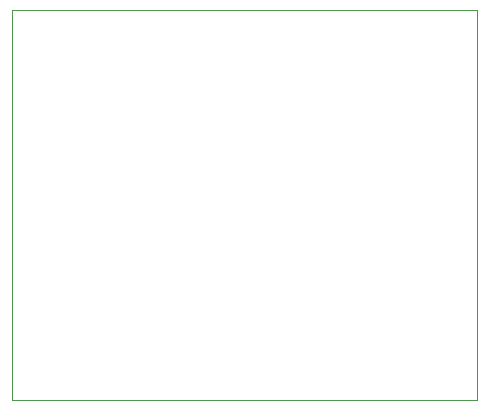
<source format=gbr>
%TF.GenerationSoftware,KiCad,Pcbnew,(5.1.9)-1*%
%TF.CreationDate,2021-02-01T17:32:41+02:00*%
%TF.ProjectId,colour_box,636f6c6f-7572-45f6-926f-782e6b696361,rev?*%
%TF.SameCoordinates,Original*%
%TF.FileFunction,Profile,NP*%
%FSLAX46Y46*%
G04 Gerber Fmt 4.6, Leading zero omitted, Abs format (unit mm)*
G04 Created by KiCad (PCBNEW (5.1.9)-1) date 2021-02-01 17:32:41*
%MOMM*%
%LPD*%
G01*
G04 APERTURE LIST*
%TA.AperFunction,Profile*%
%ADD10C,0.050000*%
%TD*%
G04 APERTURE END LIST*
D10*
X109220000Y-104140000D02*
X109220000Y-71120000D01*
X148590000Y-104140000D02*
X109220000Y-104140000D01*
X148590000Y-71120000D02*
X148590000Y-104140000D01*
X109220000Y-71120000D02*
X148590000Y-71120000D01*
M02*

</source>
